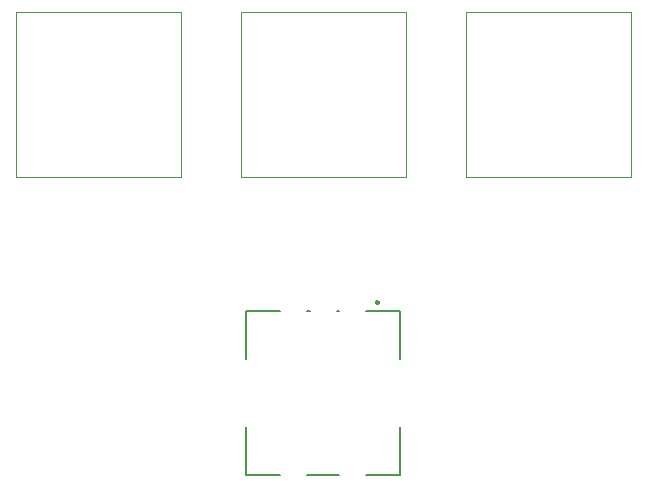
<source format=gbr>
%TF.GenerationSoftware,KiCad,Pcbnew,7.0.7*%
%TF.CreationDate,2023-09-16T11:16:50-05:00*%
%TF.ProjectId,giga_pad,67696761-5f70-4616-942e-6b696361645f,rev?*%
%TF.SameCoordinates,Original*%
%TF.FileFunction,Legend,Top*%
%TF.FilePolarity,Positive*%
%FSLAX46Y46*%
G04 Gerber Fmt 4.6, Leading zero omitted, Abs format (unit mm)*
G04 Created by KiCad (PCBNEW 7.0.7) date 2023-09-16 11:16:50*
%MOMM*%
%LPD*%
G01*
G04 APERTURE LIST*
%ADD10C,0.120000*%
%ADD11C,0.150000*%
%ADD12C,0.250000*%
G04 APERTURE END LIST*
D10*
%TO.C,SW2*%
X114935000Y-45720000D02*
X128905000Y-45720000D01*
X114935000Y-59690000D02*
X114935000Y-45720000D01*
X128905000Y-45720000D02*
X128905000Y-59690000D01*
X128905000Y-59690000D02*
X114935000Y-59690000D01*
%TO.C,SW3*%
X95885000Y-45720000D02*
X109855000Y-45720000D01*
X95885000Y-59690000D02*
X95885000Y-45720000D01*
X109855000Y-45720000D02*
X109855000Y-59690000D01*
X109855000Y-59690000D02*
X95885000Y-59690000D01*
%TO.C,SW4*%
X76835000Y-45720000D02*
X90805000Y-45720000D01*
X76835000Y-59690000D02*
X76835000Y-45720000D01*
X90805000Y-45720000D02*
X90805000Y-59690000D01*
X90805000Y-59690000D02*
X76835000Y-59690000D01*
D11*
%TO.C,SW1*%
X109330000Y-84935000D02*
X106480000Y-84935000D01*
X109330000Y-80860000D02*
X109330000Y-84935000D01*
X109330000Y-71035000D02*
X109330000Y-75110000D01*
X109330000Y-71035000D02*
X106480000Y-71035000D01*
X104180000Y-84935000D02*
X101480000Y-84935000D01*
X104180000Y-71035000D02*
X103980000Y-71035000D01*
X101680000Y-71035000D02*
X101480000Y-71035000D01*
X99180000Y-84935000D02*
X96330000Y-84935000D01*
X99180000Y-71035000D02*
X96330000Y-71035000D01*
X96330000Y-80860000D02*
X96330000Y-84935000D01*
X96330000Y-71035000D02*
X96330000Y-75110000D01*
D12*
X107555000Y-70285000D02*
G75*
G03*
X107555000Y-70285000I-125000J0D01*
G01*
%TD*%
M02*

</source>
